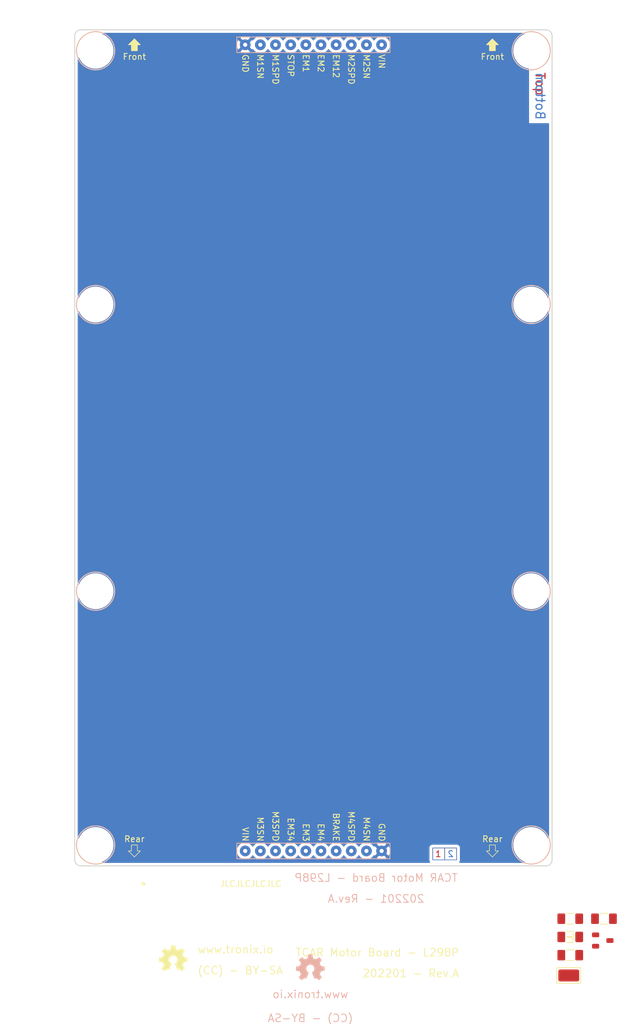
<source format=kicad_pcb>
(kicad_pcb (version 20211014) (generator pcbnew)
  (title_block (title "TCAR MCU Board - PIC24FJ") (date "01/2022") (rev "A"))
  (layers (0 "F.Cu" signal) (31 "B.Cu" signal) (34 "B.Paste" user) (35 "F.Paste" user) (36 "B.SilkS" user "B.Silkscreen") (37 "F.SilkS" user "F.Silkscreen") (38 "B.Mask" user) (39 "F.Mask" user) (44 "Edge.Cuts" user))
  (net 0 "")
  (net 1 "GND")
  (net 2 "VIN")
  (net 3 "/Encoder/M2_SENSE")
  (net 4 "/Encoder/M2_SPEED")
  (net 5 "/Encoder/STOP")
  (net 6 "/Encoder/M1_SPEED")
  (net 7 "/Encoder/M1_SENSE")
  (net 8 "+3V3")
  (net 9 "/Encoder/M3_SENSE")
  (net 10 "/Encoder/M3_SPEED")
  (net 11 "/Encoder/BRAKE")
  (net 12 "/Encoder/M4_SPEED")
  (net 13 "/Encoder/M4_SENSE")
  (net 14 "Net-(LED101-Pad2)")
  (net 15 "ENCODER_M2")
  (net 16 "ENCODER_M3")
  (net 17 "ENCODER_M12")
  (net 18 "ENCODER_M34")
  (net 19 "ENCODER_M4")
  (net 20 "ENCODER_M1")
  (footprint "tronixio:M3-MASK" (layer "F.Cu") (at 125.5 124)
    (fp_text reference "H103" hide)
    (fp_text value "MOUNTING-HOLE-MASK-3MM" hide)
    (fp_circle (center 0 0) (end 3.2 0) (layer "B.SilkS") (width 0.15) (fill none))
    (fp_circle (center 0 0) (end 3.2 0) (layer "F.SilkS") (width 0.15) (fill none))
    (pad "" np_thru_hole circle (at 0 0) (size 3 3) (drill 3) (layers F&B.Cu *.Mask) (clearance 1.5))
  )
  (footprint "tronixio:M3-MASK" (layer "F.Cu") (at 125.5 33.5)
    (fp_text reference "H105" hide)
    (fp_text value "MOUNTING-HOLE-MASK-3MM" hide)
    (fp_circle (center 0 0) (end 3.2 0) (layer "B.SilkS") (width 0.15) (fill none))
    (fp_circle (center 0 0) (end 3.2 0) (layer "F.SilkS") (width 0.15) (fill none))
    (pad "" np_thru_hole circle (at 0 0) (size 3 3) (drill 3) (layers F&B.Cu *.Mask) (clearance 1.5))
  )
  (footprint "tronixALL:OSHW-5MM" (layer "F.Cu") (at 65.5 185.5)
    (fp_text reference "G***" hide)
    (fp_text value "LOGO" hide)
    (fp_poly (pts (xy 0.112503 -2.205305) (xy 0.188585 -2.204991) (xy 0.245175 -2.204139) (xy 0.285349 -2.202485) (xy 0.312183 -2.19976) (xy 0.328754 -2.195697) (xy 0.338137 -2.190029) (xy 0.343407 -2.182489) (xy 0.346067 -2.176502) (xy 0.351819 -2.155872) (xy 0.361219 -2.114019) (xy 0.373445 -2.054971) (xy 0.387673 -1.982754) (xy 0.403082 -1.901397) (xy 0.410766 -1.859685) (xy 0.426304 -1.776128) (xy 0.440921 -1.700487) (xy 0.453831 -1.636607) (xy 0.464245 -1.58833) (xy 0.471376 -1.559501) (xy 0.473495 -1.553524) (xy 0.487624 -1.543829) (xy 0.520987 -1.52669) (xy 0.568967 -1.504087) (xy 0.626948 -1.477998) (xy 0.690314 -1.450405) (xy 0.754449 -1.423285) (xy 0.814737 -1.398618) (xy 0.866561 -1.378383) (xy 0.905305 -1.36456) (xy 0.926354 -1.359128) (xy 0.92691 -1.359112) (xy 0.941518 -1.366107) (xy 0.97411 -1.385773) (xy 1.021624 -1.416127) (xy 1.080997 -1.455189) (xy 1.149167 -1.500978) (xy 1.204337 -1.538617) (xy 1.276991 -1.58813) (xy 1.343025 -1.632413) (xy 1.399403 -1.669487) (xy 1.443088 -1.697374) (xy 1.471043 -1.714097) (xy 1.47988 -1.718122) (xy 1.493641 -1.709282) (xy 1.521915 -1.684807) (xy 1.561669 -1.647768) (xy 1.609873 -1.601234) (xy 1.663495 -1.548276) (xy 1.719505 -1.491962) (xy 1.774871 -1.435363) (xy 1.826562 -1.381549) (xy 1.871548 -1.33359) (xy 1.906797 -1.294555) (xy 1.929278 -1.267514) (xy 1.936093 -1.256075) (xy 1.930212 -1.239792) (xy 1.912193 -1.207543) (xy 1.881475 -1.158462) (xy 1.837495 -1.091686) (xy 1.779689 -1.00635) (xy 1.707495 -0.901591) (xy 1.671879 -0.850344) (xy 1.638824 -0.80126) (xy 1.612148 -0.758563) (xy 1.594893 -0.727324) (xy 1.589904 -0.713655) (xy 1.594754 -0.697334) (xy 1.608013 -0.662128) (xy 1.62775 -0.612617) (xy 1.652031 -0.55338) (xy 1.678922 -0.488996) (xy 1.706491 -0.424047) (xy 1.732803 -0.363111) (xy 1.755927 -0.310768) (xy 1.773928 -0.271598) (xy 1.784874 -0.25018) (xy 1.786526 -0.247868) (xy 1.800495 -0.243726) (xy 1.836105 -0.235699) (xy 1.889773 -0.224522) (xy 1.957915 -0.210929) (xy 2.036948 -0.195656) (xy 2.090365 -0.185568) (xy 2.175183 -0.169544) (xy 2.252099 -0.15474) (xy 2.317349 -0.141901) (xy 2.367173 -0.131773) (xy 2.397809 -0.125104) (xy 2.405431 -0.123066) (xy 2.411063 -0.116814) (xy 2.415426 -0.101095) (xy 2.418668 -0.073197) (xy 2.420933 -0.030409) (xy 2.422366 0.02998) (xy 2.423114 0.110684) (xy 2.423321 0.210293) (xy 2.423202 0.310587) (xy 2.422711 0.388201) (xy 2.421649 0.446096) (xy 2.419816 0.487237) (xy 2.417013 0.514584) (xy 2.41304 0.531101) (xy 2.407697 0.53975) (xy 2.400883 0.543466) (xy 2.378661 0.548625) (xy 2.338314 0.556746) (xy 2.286985 0.566415) (xy 2.263049 0.570744) (xy 2.127407 0.595376) (xy 2.016332 0.616479) (xy 1.929018 0.634225) (xy 1.864656 0.64879) (xy 1.82244 0.660347) (xy 1.801562 0.66907) (xy 1.79987 0.670496) (xy 1.791465 0.686078) (xy 1.775685 0.720992) (xy 1.754362 0.770707) (xy 1.729327 0.830694) (xy 1.702414 0.896422) (xy 1.675454 0.96336) (xy 1.650281 1.026979) (xy 1.628726 1.082748) (xy 1.612622 1.126137) (xy 1.603801 1.152615) (xy 1.602692 1.157988) (xy 1.610028 1.172767) (xy 1.63143 1.207108) (xy 1.666036 1.259722) (xy 1.712983 1.329322) (xy 1.771408 1.414621) (xy 1.840447 1.51433) (xy 1.867654 1.553391) (xy 1.897811 1.599113) (xy 1.921185 1.639288) (xy 1.934376 1.667841) (xy 1.936093 1.675677) (xy 1.927103 1.692014) (xy 1.901418 1.723855) (xy 1.860965 1.769075) (xy 1.807672 1.82555) (xy 1.743466 1.891154) (xy 1.71296 1.921664) (xy 1.643302 1.990709) (xy 1.589314 2.043494) (xy 1.548612 2.081971) (xy 1.518813 2.108091) (xy 1.497532 2.123805) (xy 1.482386 2.131066) (xy 1.470991 2.131825) (xy 1.460964 2.128033) (xy 1.460917 2.128008) (xy 1.441892 2.116253) (xy 1.405419 2.09234) (xy 1.355138 2.058707) (xy 1.294686 2.017792) (xy 1.227702 1.972033) (xy 1.210483 1.960205) (xy 1.143557 1.914694) (xy 1.083189 1.874607) (xy 1.032748 1.842104) (xy 0.995605 1.819344) (xy 0.975129 1.808488) (xy 0.972784 1.807875) (xy 0.955044 1.813477) (xy 0.920428 1.82855) (xy 0.874685 1.850498) (xy 0.843591 1.866246) (xy 0.794692 1.890329) (xy 0.754091 1.908142) (xy 0.727189 1.917434) (xy 0.719661 1.917874) (xy 0.71184 1.904564) (xy 0.695873 1.87093) (xy 0.673276 1.820398) (xy 0.645566 1.756397) (xy 0.614262 1.682354) (xy 0.595951 1.638326) (xy 0.555205 1.539832) (xy 0.509885 1.430374) (xy 0.463588 1.318629) (xy 0.419909 1.213275) (xy 0.382617 1.123407) (xy 0.352192 1.049365) (xy 0.325466 0.982847) (xy 0.303922 0.927668) (xy 0.289044 0.887646) (xy 0.282318 0.866596) (xy 0.28208 0.86489) (xy 0.291868 0.850064) (xy 0.317767 0.825757) (xy 0.354572 0.796754) (xy 0.362216 0.791216) (xy 0.47362 0.699405) (xy 0.560778 0.600114) (xy 0.624272 0.492284) (xy 0.664684 0.374854) (xy 0.682594 0.246763) (xy 0.683668 0.205149) (xy 0.672966 0.079705) (xy 0.639876 -0.035509) (xy 0.583362 -0.143051) (xy 0.502387 -0.245478) (xy 0.500128 -0.247901) (xy 0.404266 -0.332655) (xy 0.297367 -0.395917) (xy 0.182586 -0.437559) (xy 0.063074 -0.45745) (xy -0.058015 -0.455461) (xy -0.177529 -0.431461) (xy -0.292317 -0.38532) (xy -0.399224 -0.316909) (xy -0.435557 -0.286461) (xy -0.524789 -0.19034) (xy -0.590858 -0.083248) (xy -0.63358 0.034398) (xy -0.65277 0.162186) (xy -0.653912 0.203806) (xy -0.64477 0.331905) (xy -0.616397 0.446756) (xy -0.567372 0.551025) (xy -0.496276 0.647379) (xy -0.401689 0.738486) (xy -0.345898 0.782346) (xy -0.305473 0.814275) (xy -0.274554 0.84243) (xy -0.257973 0.862253) (xy -0.256436 0.866724) (xy -0.261189 0.882472) (xy -0.274692 0.919019) (xy -0.295811 0.973504) (xy -0.323413 1.043065) (xy -0.356365 1.124837) (xy -0.393532 1.21596) (xy -0.424781 1.291835) (xy -0.466473 1.392714) (xy -0.506757 1.490316) (xy -0.54414 1.581016) (xy -0.57713 1.661187) (xy -0.604234 1.727202) (xy -0.623959 1.775436) (xy -0.631922 1.795053) (xy -0.656173 1.85428) (xy -0.675445 1.89208) (xy -0.695005 1.910535) (xy -0.720119 1.911726) (xy -0.756055 1.897735) (xy -0.80808 1.870643) (xy -0.814523 1.867212) (xy -0.863833 1.841835) (xy -0.905672 1.821875) (xy -0.934272 1.810004) (xy -0.942679 1.807875) (xy -0.957624 1.814831) (xy -0.990452 1.834339) (xy -1.037961 1.864353) (xy -1.096948 1.902829) (xy -1.164211 1.947723) (xy -1.20379 1.974558) (xy -1.273782 2.022017) (xy -1.336742 2.064219) (xy -1.389581 2.099132) (xy -1.429212 2.124728) (xy -1.452547 2.138976) (xy -1.457362 2.141242) (xy -1.468597 2.132572) (xy -1.495354 2.108206) (xy -1.53505 2.070611) (xy -1.585104 2.022252) (xy -1.642932 1.965596) (xy -1.688443 1.920545) (xy -1.754363 1.854061) (xy -1.811428 1.794627) (xy -1.857492 1.744605) (xy -1.890411 1.706358) (xy -1.908038 1.682247) (xy -1.910449 1.676115) (xy -1.903342 1.656709) (xy -1.88402 1.621725) (xy -1.855484 1.576225) (xy -1.822794 1.528185) (xy -1.761853 1.44109) (xy -1.706889 1.361082) (xy -1.659529 1.29063) (xy -1.621397 1.232204) (xy -1.594118 1.188276) (xy -1.579316 1.161316) (xy -1.577082 1.154608) (xy -1.581837 1.136716) (xy -1.594857 1.099854) (xy -1.614275 1.048609) (xy -1.638222 0.987568) (xy -1.664831 0.921316) (xy -1.692235 0.854442) (xy -1.718566 0.791531) (xy -1.741957 0.737171) (xy -1.76054 0.695948) (xy -1.772447 0.672449) (xy -1.774702 0.66925) (xy -1.791569 0.66222) (xy -1.829891 0.651729) (xy -1.885847 0.638647) (xy -1.955617 0.623842) (xy -2.035381 0.608183) (xy -2.07828 0.60022) (xy -2.161621 0.584627) (xy -2.236906 0.569745) (xy -2.300315 0.556391) (xy -2.348033 0.545387) (xy -2.37624 0.537551) (xy -2.381867 0.535051) (xy -2.387099 0.524908) (xy -2.390991 0.502231) (xy -2.393638 0.46456) (xy -2.395134 0.409435) (xy -2.395573 0.334397) (xy -2.39505 0.236985) (xy -2.394689 0.200194) (xy -2.391267 -0.121807) (xy -2.282282 -0.143659) (xy -2.229898 -0.153965) (xy -2.160108 -0.167419) (xy -2.080727 -0.182526) (xy -1.999569 -0.197795) (xy -1.970053 -0.203298) (xy -1.900658 -0.216734) (xy -1.840162 -0.229455) (xy -1.793065 -0.240437) (xy -1.763866 -0.248652) (xy -1.756665 -0.251967) (xy -1.746988 -0.268752) (xy -1.729936 -0.304533) (xy -1.707477 -0.354612) (xy -1.681582 -0.414291) (xy -1.654218 -0.478872) (xy -1.627353 -0.543658) (xy -1.602957 -0.60395) (xy -1.582998 -0.65505) (xy -1.569445 -0.692261) (xy -1.564266 -0.710885) (xy -1.564261 -0.711124) (xy -1.571273 -0.727773) (xy -1.590937 -0.762151) (xy -1.621195 -0.810982) (xy -1.659988 -0.870991) (xy -1.705259 -0.938901) (xy -1.732615 -0.979077) (xy -1.780965 -1.050145) (xy -1.82446 -1.115201) (xy -1.860949 -1.170937) (xy -1.888284 -1.214046) (xy -1.904314 -1.24122) (xy -1.907531 -1.248169) (xy -1.904717 -1.261112) (xy -1.890381 -1.283286) (xy -1.863069 -1.316351) (xy -1.821325 -1.361969) (xy -1.763692 -1.421801) (xy -1.691232 -1.494988) (xy -1.628982 -1.55669) (xy -1.572135 -1.611849) (xy -1.523344 -1.657988) (xy -1.485263 -1.692627) (xy -1.460542 -1.713289) (xy -1.452414 -1.718122) (xy -1.437782 -1.711105) (xy -1.405251 -1.6914) (xy -1.357928 -1.661025) (xy -1.298923 -1.621998) (xy -1.231343 -1.576338) (xy -1.183018 -1.543181) (xy -1.111112 -1.493886) (xy -1.04544 -1.44951) (xy -0.989183 -1.41215) (xy -0.945519 -1.383901) (xy -0.917627 -1.36686) (xy -0.90944 -1.362781) (xy -0.891885 -1.365776) (xy -0.855505 -1.377082) (xy -0.805012 -1.394838) (xy -0.745121 -1.417183) (xy -0.680546 -1.442257) (xy -0.616001 -1.468199) (xy -0.5562 -1.493147) (xy -0.505857 -1.515243) (xy -0.469686 -1.532623) (xy -0.45278 -1.543038) (xy -0.446293 -1.559308) (xy -0.436108 -1.597206) (xy -0.423041 -1.653118) (xy -0.407909 -1.723429) (xy -0.391528 -1.804525) (xy -0.378917 -1.870225) (xy -0.362481 -1.956759) (xy -0.347254 -2.035011) (xy -0.333961 -2.101421) (xy -0.323321 -2.152432) (xy -0.316058 -2.184486) (xy -0.31324 -2.193976) (xy -0.299005 -2.197095) (xy -0.262664 -2.199887) (xy -0.207755 -2.20223) (xy -0.137813 -2.204) (xy -0.056376 -2.205075) (xy 0.013853 -2.205351)) (layer "F.SilkS") (width 0) (fill solid))
  )
  (footprint "tronixio:M3-MASK" (layer "F.Cu") (at 52.5 166.5)
    (fp_text reference "H101" hide)
    (fp_text value "MOUNTING-HOLE-MASK-3MM" hide)
    (fp_circle (center 0 0) (end 3.2 0) (layer "B.SilkS") (width 0.15) (fill none))
    (fp_circle (center 0 0) (end 3.2 0) (layer "F.SilkS") (width 0.15) (fill none))
    (pad "" np_thru_hole circle locked (at 0 0) (size 3 3) (drill 3) (layers F&B.Cu *.Mask) (clearance 1.5))
  )
  (footprint "tronixio:M3-MASK" (layer "F.Cu") (at 52.5 76)
    (fp_text reference "H107" hide)
    (fp_text value "MOUNTING-HOLE-MASK-3MM" hide)
    (fp_circle (center 0 0) (end 3.2 0) (layer "B.SilkS") (width 0.15) (fill none))
    (fp_circle (center 0 0) (end 3.2 0) (layer "F.SilkS") (width 0.15) (fill none))
    (pad "" np_thru_hole circle locked (at 0 0) (size 3 3) (drill 3) (layers F&B.Cu *.Mask) (clearance 1.5))
  )
  (footprint "tronixio:LED-1206" (layer "F.Cu") (at 132.05 181.9)
    (fp_text reference "LED101")
    (fp_text value "+3V3")
    (fp_line (start -0.6 -0.9) (end 0.6 -0.9) (layer "F.SilkS") (width 0.15))
    (fp_line (start -0.6 0.9) (end 0.6 0.9) (layer "F.SilkS") (width 0.15))
    (fp_poly (pts (xy 0.5 0.6) (xy 0.3 0.6) (xy 0.3 0.1) (xy -0.5 0.1) (xy -0.5 -0.1) (xy 0.3 -0.1) (xy 0.3 -0.6) (xy 0.5 -0.6)) (layer "F.SilkS") (width 0.1) (fill solid))
    (pad "1" smd roundrect locked (at -1.5 0) (size 1.3 1.75) (layers "F.Cu" "F.Paste" "F.Mask") (roundrect_rratio 0.15) (net 1 "GND"))
    (pad "2" smd roundrect locked (at 1.5 0) (size 1.3 1.75) (layers "F.Cu" "F.Paste" "F.Mask") (roundrect_rratio 0.15) (net 14 "Net-(LED101-Pad2)"))
  )
  (footprint "tronixio:zzzHARWIN-S1751" (layer "F.Cu") (at 131.8 188.35)
    (fp_text reference "TP101")
    (fp_text value "HARWIN-S1751")
    (fp_rect (start -2 1.3) (end 2 -1.3) (layer "F.SilkS") (width 0.15) (fill none))
    (pad "1" smd roundrect locked (at 0 0) (size 3.5 2) (layers "F.Cu" "F.Paste" "F.Mask") (roundrect_rratio 0.15) (net 8 "+3V3"))
  )
  (footprint "tronixio:CAPACITOR-1206" (layer "F.Cu") (at 132.05 178.85)
    (fp_text reference "C101")
    (fp_text value "1µ")
    (fp_line (start -0.6 0.9) (end 0.6 0.9) (layer "F.SilkS") (width 0.15))
    (fp_line (start -0.6 -0.9) (end 0.6 -0.9) (layer "F.SilkS") (width 0.15))
    (pad "1" smd roundrect locked (at -1.5 0) (size 1.3 1.75) (layers "F.Cu" "F.Paste" "F.Mask") (roundrect_rratio 0.15) (net 2 "VIN"))
    (pad "2" smd roundrect locked (at 1.5 0) (size 1.3 1.75) (layers "F.Cu" "F.Paste" "F.Mask") (roundrect_rratio 0.15) (net 1 "GND"))
  )
  (footprint "tronixio:SOT-23-3" (layer "F.Cu") (at 137.5 182.5)
    (fp_text reference "IC101")
    (fp_text value "LM3480-33")
    (pad "1" smd roundrect locked (at -1.2 -0.95) (size 1.2 0.8) (layers "F.Cu" "F.Paste" "F.Mask") (net 8 "+3V3"))
    (pad "2" smd roundrect locked (at -1.2 0.95) (size 1.2 0.8) (layers "F.Cu" "F.Paste" "F.Mask") (net 2 "VIN"))
    (pad "3" smd roundrect locked (at 1.2 0) (size 1.2 0.8) (layers "F.Cu" "F.Paste" "F.Mask") (net 1 "GND"))
  )
  (footprint "tronixio:M3-MASK" (layer "F.Cu") (at 52.5 33.5)
    (fp_text reference "H106" hide)
    (fp_text value "MOUNTING-HOLE-MASK-3MM" hide)
    (fp_circle (center 0 0) (end 3.2 0) (layer "B.SilkS") (width 0.15) (fill none))
    (fp_circle (center 0 0) (end 3.2 0) (layer "F.SilkS") (width 0.15) (fill none))
    (pad "" np_thru_hole circle locked (at 0 0) (size 3 3) (drill 3) (layers F&B.Cu *.Mask) (clearance 1.5))
  )
  (footprint "tronixio:M3-MASK" (layer "F.Cu") (at 125.5 76)
    (fp_text reference "H104" hide)
    (fp_text value "MOUNTING-HOLE-MASK-3MM" hide)
    (fp_circle (center 0 0) (end 3.2 0) (layer "B.SilkS") (width 0.15) (fill none))
    (fp_circle (center 0 0) (end 3.2 0) (layer "F.SilkS") (width 0.15) (fill none))
    (pad "" np_thru_hole circle (at 0 0) (size 3 3) (drill 3) (layers F&B.Cu *.Mask) (clearance 1.5))
  )
  (footprint "tronixio:M3-MASK" (layer "F.Cu") (at 52.5 124)
    (fp_text reference "H108" hide)
    (fp_text value "MOUNTING-HOLE-MASK-3MM" hide)
    (fp_circle (center 0 0) (end 3.2 0) (layer "B.SilkS") (width 0.15) (fill none))
    (fp_circle (center 0 0) (end 3.2 0) (layer "F.SilkS") (width 0.15) (fill none))
    (pad "" np_thru_hole circle locked (at 0 0) (size 3 3) (drill 3) (layers F&B.Cu *.Mask) (clearance 1.5))
  )
  (footprint "tronixio:RESISTOR-1206" (layer "F.Cu") (at 137.7 178.85)
    (fp_text reference "R101")
    (fp_text value "6K8")
    (fp_line (start -0.6 0.9) (end 0.6 0.9) (layer "F.SilkS") (width 0.15))
    (fp_line (start -0.6 -0.9) (end 0.6 -0.9) (layer "F.SilkS") (width 0.15))
    (pad "1" smd roundrect locked (at -1.5 0) (size 1.3 1.75) (layers "F.Cu" "F.Paste" "F.Mask") (roundrect_rratio 0.15) (net 8 "+3V3"))
    (pad "2" smd roundrect locked (at 1.5 0) (size 1.3 1.75) (layers "F.Cu" "F.Paste" "F.Mask") (roundrect_rratio 0.15) (net 14 "Net-(LED101-Pad2)"))
  )
  (footprint "tronixio:M3-MASK" (layer "F.Cu") (at 125.5 166.5)
    (fp_text reference "H102" hide)
    (fp_text value "MOUNTING-HOLE-MASK-3MM" hide)
    (fp_circle (center 0 0) (end 3.2 0) (layer "B.SilkS") (width 0.15) (fill none))
    (fp_circle (center 0 0) (end 3.2 0) (layer "F.SilkS") (width 0.15) (fill none))
    (pad "" np_thru_hole circle (at 0 0) (size 3 3) (drill 3) (layers F&B.Cu *.Mask) (clearance 1.5))
  )
  (footprint "tronixio:CAPACITOR-1206" (layer "F.Cu") (at 132.05 184.95)
    (fp_text reference "C102")
    (fp_text value "1µ")
    (fp_line (start -0.6 0.9) (end 0.6 0.9) (layer "F.SilkS") (width 0.15))
    (fp_line (start -0.6 -0.9) (end 0.6 -0.9) (layer "F.SilkS") (width 0.15))
    (pad "1" smd roundrect locked (at -1.5 0) (size 1.3 1.75) (layers "F.Cu" "F.Paste" "F.Mask") (roundrect_rratio 0.15) (net 8 "+3V3"))
    (pad "2" smd roundrect locked (at 1.5 0) (size 1.3 1.75) (layers "F.Cu" "F.Paste" "F.Mask") (roundrect_rratio 0.15) (net 1 "GND"))
  )
  (footprint "tronixio:zzHARWIN-M20-782104x" (layer "B.Cu") (at 100.43 167.5 90)
    (fp_text reference "K302")
    (fp_text value "Rear")
    (fp_rect (start -1.3 -24.26) (end 1.3 1.4) (layer "B.SilkS") (width 0.15) (fill none))
    (pad "1" thru_hole circle locked (at 0 0 90) (size 1.8 1.8) (drill 0.7) (layers *.Cu *.Mask) (net 1 "GND"))
    (pad "2" thru_hole circle (at 0 -2.54 90) (size 1.8 1.8) (drill 0.7) (layers *.Cu *.Mask) (net 13 "/Encoder/M4_SENSE"))
    (pad "3" thru_hole circle (at 0 -5.08 90) (size 1.8 1.8) (drill 0.7) (layers *.Cu *.Mask) (net 12 "/Encoder/M4_SPEED"))
    (pad "4" thru_hole circle (at 0 -7.62 90) (size 1.8 1.8) (drill 0.7) (layers *.Cu *.Mask) (net 11 "/Encoder/BRAKE"))
    (pad "5" thru_hole circle (at 0 -10.16 90) (size 1.8 1.8) (drill 0.7) (layers *.Cu *.Mask) (net 19 "ENCODER_M4"))
    (pad "6" thru_hole circle (at 0 -12.7 90) (size 1.8 1.8) (drill 0.7) (layers *.Cu *.Mask) (net 16 "ENCODER_M3"))
    (pad "7" thru_hole circle (at 0 -15.24 90) (size 1.8 1.8) (drill 0.7) (layers *.Cu *.Mask) (net 18 "ENCODER_M34"))
    (pad "8" thru_hole circle (at 0 -17.78 90) (size 1.8 1.8) (drill 0.7) (layers *.Cu *.Mask) (net 10 "/Encoder/M3_SPEED"))
    (pad "9" thru_hole circle (at 0 -20.32 90) (size 1.8 1.8) (drill 0.7) (layers *.Cu *.Mask) (net 9 "/Encoder/M3_SENSE"))
    (pad "10" thru_hole circle (at 0 -22.86 90) (size 1.8 1.8) (drill 0.7) (layers *.Cu *.Mask) (net 2 "VIN"))
  )
  (footprint "tronixio:zzHARWIN-M20-782104x" (layer "B.Cu") (at 77.57 32.5 -90)
    (fp_text reference "K301")
    (fp_text value "Front")
    (fp_rect (start -1.3 -24.26) (end 1.3 1.4) (layer "B.SilkS") (width 0.15) (fill none))
    (pad "1" thru_hole circle locked (at 0 0 270) (size 1.8 1.8) (drill 0.7) (layers *.Cu *.Mask) (net 1 "GND"))
    (pad "2" thru_hole circle (at 0 -2.54 270) (size 1.8 1.8) (drill 0.7) (layers *.Cu *.Mask) (net 7 "/Encoder/M1_SENSE"))
    (pad "3" thru_hole circle (at 0 -5.08 270) (size 1.8 1.8) (drill 0.7) (layers *.Cu *.Mask) (net 6 "/Encoder/M1_SPEED"))
    (pad "4" thru_hole circle (at 0 -7.62 270) (size 1.8 1.8) (drill 0.7) (layers *.Cu *.Mask) (net 5 "/Encoder/STOP"))
    (pad "5" thru_hole circle (at 0 -10.16 270) (size 1.8 1.8) (drill 0.7) (layers *.Cu *.Mask) (net 20 "ENCODER_M1"))
    (pad "6" thru_hole circle (at 0 -12.7 270) (size 1.8 1.8) (drill 0.7) (layers *.Cu *.Mask) (net 15 "ENCODER_M2"))
    (pad "7" thru_hole circle (at 0 -15.24 270) (size 1.8 1.8) (drill 0.7) (layers *.Cu *.Mask) (net 17 "ENCODER_M12"))
    (pad "8" thru_hole circle (at 0 -17.78 270) (size 1.8 1.8) (drill 0.7) (layers *.Cu *.Mask) (net 4 "/Encoder/M2_SPEED"))
    (pad "9" thru_hole circle (at 0 -20.32 270) (size 1.8 1.8) (drill 0.7) (layers *.Cu *.Mask) (net 3 "/Encoder/M2_SENSE"))
    (pad "10" thru_hole circle (at 0 -22.86 270) (size 1.8 1.8) (drill 0.7) (layers *.Cu *.Mask) (net 2 "VIN"))
  )
  (footprint "tronixALL:OSHW-5MM" (layer "B.Cu") (at 88.5 187 180)
    (fp_text reference "G***" hide)
    (fp_text value "LOGO" hide)
    (fp_poly (pts (xy 0.112503 2.205305) (xy 0.188585 2.204991) (xy 0.245175 2.204139) (xy 0.285349 2.202485) (xy 0.312183 2.19976) (xy 0.328754 2.195697) (xy 0.338137 2.190029) (xy 0.343407 2.182489) (xy 0.346067 2.176502) (xy 0.351819 2.155872) (xy 0.361219 2.114019) (xy 0.373445 2.054971) (xy 0.387673 1.982754) (xy 0.403082 1.901397) (xy 0.410766 1.859685) (xy 0.426304 1.776128) (xy 0.440921 1.700487) (xy 0.453831 1.636607) (xy 0.464245 1.58833) (xy 0.471376 1.559501) (xy 0.473495 1.553524) (xy 0.487624 1.543829) (xy 0.520987 1.52669) (xy 0.568967 1.504087) (xy 0.626948 1.477998) (xy 0.690314 1.450405) (xy 0.754449 1.423285) (xy 0.814737 1.398618) (xy 0.866561 1.378383) (xy 0.905305 1.36456) (xy 0.926354 1.359128) (xy 0.92691 1.359112) (xy 0.941518 1.366107) (xy 0.97411 1.385773) (xy 1.021624 1.416127) (xy 1.080997 1.455189) (xy 1.149167 1.500978) (xy 1.204337 1.538617) (xy 1.276991 1.58813) (xy 1.343025 1.632413) (xy 1.399403 1.669487) (xy 1.443088 1.697374) (xy 1.471043 1.714097) (xy 1.47988 1.718122) (xy 1.493641 1.709282) (xy 1.521915 1.684807) (xy 1.561669 1.647768) (xy 1.609873 1.601234) (xy 1.663495 1.548276) (xy 1.719505 1.491962) (xy 1.774871 1.435363) (xy 1.826562 1.381549) (xy 1.871548 1.33359) (xy 1.906797 1.294555) (xy 1.929278 1.267514) (xy 1.936093 1.256075) (xy 1.930212 1.239792) (xy 1.912193 1.207543) (xy 1.881475 1.158462) (xy 1.837495 1.091686) (xy 1.779689 1.00635) (xy 1.707495 0.901591) (xy 1.671879 0.850344) (xy 1.638824 0.80126) (xy 1.612148 0.758563) (xy 1.594893 0.727324) (xy 1.589904 0.713655) (xy 1.594754 0.697334) (xy 1.608013 0.662128) (xy 1.62775 0.612617) (xy 1.652031 0.55338) (xy 1.678922 0.488996) (xy 1.706491 0.424047) (xy 1.732803 0.363111) (xy 1.755927 0.310768) (xy 1.773928 0.271598) (xy 1.784874 0.25018) (xy 1.786526 0.247868) (xy 1.800495 0.243726) (xy 1.836105 0.235699) (xy 1.889773 0.224522) (xy 1.957915 0.210929) (xy 2.036948 0.195656) (xy 2.090365 0.185568) (xy 2.175183 0.169544) (xy 2.252099 0.15474) (xy 2.317349 0.141901) (xy 2.367173 0.131773) (xy 2.397809 0.125104) (xy 2.405431 0.123066) (xy 2.411063 0.116814) (xy 2.415426 0.101095) (xy 2.418668 0.073197) (xy 2.420933 0.030409) (xy 2.422366 -0.02998) (xy 2.423114 -0.110684) (xy 2.423321 -0.210293) (xy 2.423202 -0.310587) (xy 2.422711 -0.388201) (xy 2.421649 -0.446096) (xy 2.419816 -0.487237) (xy 2.417013 -0.514584) (xy 2.41304 -0.531101) (xy 2.407697 -0.53975) (xy 2.400883 -0.543466) (xy 2.378661 -0.548625) (xy 2.338314 -0.556746) (xy 2.286985 -0.566415) (xy 2.263049 -0.570744) (xy 2.127407 -0.595376) (xy 2.016332 -0.616479) (xy 1.929018 -0.634225) (xy 1.864656 -0.64879) (xy 1.82244 -0.660347) (xy 1.801562 -0.66907) (xy 1.79987 -0.670496) (xy 1.791465 -0.686078) (xy 1.775685 -0.720992) (xy 1.754362 -0.770707) (xy 1.729327 -0.830694) (xy 1.702414 -0.896422) (xy 1.675454 -0.96336) (xy 1.650281 -1.026979) (xy 1.628726 -1.082748) (xy 1.612622 -1.126137) (xy 1.603801 -1.152615) (xy 1.602692 -1.157988) (xy 1.610028 -1.172767) (xy 1.63143 -1.207108) (xy 1.666036 -1.259722) (xy 1.712983 -1.329322) (xy 1.771408 -1.414621) (xy 1.840447 -1.51433) (xy 1.867654 -1.553391) (xy 1.897811 -1.599113) (xy 1.921185 -1.639288) (xy 1.934376 -1.667841) (xy 1.936093 -1.675677) (xy 1.927103 -1.692014) (xy 1.901418 -1.723855) (xy 1.860965 -1.769075) (xy 1.807672 -1.82555) (xy 1.743466 -1.891154) (xy 1.71296 -1.921664) (xy 1.643302 -1.990709) (xy 1.589314 -2.043494) (xy 1.548612 -2.081971) (xy 1.518813 -2.108091) (xy 1.497532 -2.123805) (xy 1.482386 -2.131066) (xy 1.470991 -2.131825) (xy 1.460964 -2.128033) (xy 1.460917 -2.128008) (xy 1.441892 -2.116253) (xy 1.405419 -2.09234) (xy 1.355138 -2.058707) (xy 1.294686 -2.017792) (xy 1.227702 -1.972033) (xy 1.210483 -1.960205) (xy 1.143557 -1.914694) (xy 1.083189 -1.874607) (xy 1.032748 -1.842104) (xy 0.995605 -1.819344) (xy 0.975129 -1.808488) (xy 0.972784 -1.807875) (xy 0.955044 -1.813477) (xy 0.920428 -1.82855) (xy 0.874685 -1.850498) (xy 0.843591 -1.866246) (xy 0.794692 -1.890329) (xy 0.754091 -1.908142) (xy 0.727189 -1.917434) (xy 0.719661 -1.917874) (xy 0.71184 -1.904564) (xy 0.695873 -1.87093) (xy 0.673276 -1.820398) (xy 0.645566 -1.756397) (xy 0.614262 -1.682354) (xy 0.595951 -1.638326) (xy 0.555205 -1.539832) (xy 0.509885 -1.430374) (xy 0.463588 -1.318629) (xy 0.419909 -1.213275) (xy 0.382617 -1.123407) (xy 0.352192 -1.049365) (xy 0.325466 -0.982847) (xy 0.303922 -0.927668) (xy 0.289044 -0.887646) (xy 0.282318 -0.866596) (xy 0.28208 -0.86489) (xy 0.291868 -0.850064) (xy 0.317767 -0.825757) (xy 0.354572 -0.796754) (xy 0.362216 -0.791216) (xy 0.47362 -0.699405) (xy 0.560778 -0.600114) (xy 0.624272 -0.492284) (xy 0.664684 -0.374854) (xy 0.682594 -0.246763) (xy 0.683668 -0.205149) (xy 0.672966 -0.079705) (xy 0.639876 0.035509) (xy 0.583362 0.143051) (xy 0.502387 0.245478) (xy 0.500128 0.247901) (xy 0.404266 0.332655) (xy 0.297367 0.395917) (xy 0.182586 0.437559) (xy 0.063074 0.45745) (xy -0.058015 0.455461) (xy -0.177529 0.431461) (xy -0.292317 0.38532) (xy -0.399224 0.316909) (xy -0.435557 0.286461) (xy -0.524789 0.19034) (xy -0.590858 0.083248) (xy -0.63358 -0.034398) (xy -0.65277 -0.162186) (xy -0.653912 -0.203806) (xy -0.64477 -0.331905) (xy -0.616397 -0.446756) (xy -0.567372 -0.551025) (xy -0.496276 -0.647379) (xy -0.401689 -0.738486) (xy -0.345898 -0.782346) (xy -0.305473 -0.814275) (xy -0.274554 -0.84243) (xy -0.257973 -0.862253) (xy -0.256436 -0.866724) (xy -0.261189 -0.882472) (xy -0.274692 -0.919019) (xy -0.295811 -0.973504) (xy -0.323413 -1.043065) (xy -0.356365 -1.124837) (xy -0.393532 -1.21596) (xy -0.424781 -1.291835) (xy -0.466473 -1.392714) (xy -0.506757 -1.490316) (xy -0.54414 -1.581016) (xy -0.57713 -1.661187) (xy -0.604234 -1.727202) (xy -0.623959 -1.775436) (xy -0.631922 -1.795053) (xy -0.656173 -1.85428) (xy -0.675445 -1.89208) (xy -0.695005 -1.910535) (xy -0.720119 -1.911726) (xy -0.756055 -1.897735) (xy -0.80808 -1.870643) (xy -0.814523 -1.867212) (xy -0.863833 -1.841835) (xy -0.905672 -1.821875) (xy -0.934272 -1.810004) (xy -0.942679 -1.807875) (xy -0.957624 -1.814831) (xy -0.990452 -1.834339) (xy -1.037961 -1.864353) (xy -1.096948 -1.902829) (xy -1.164211 -1.947723) (xy -1.20379 -1.974558) (xy -1.273782 -2.022017) (xy -1.336742 -2.064219) (xy -1.389581 -2.099132) (xy -1.429212 -2.124728) (xy -1.452547 -2.138976) (xy -1.457362 -2.141242) (xy -1.468597 -2.132572) (xy -1.495354 -2.108206) (xy -1.53505 -2.070611) (xy -1.585104 -2.022252) (xy -1.642932 -1.965596) (xy -1.688443 -1.920545) (xy -1.754363 -1.854061) (xy -1.811428 -1.794627) (xy -1.857492 -1.744605) (xy -1.890411 -1.706358) (xy -1.908038 -1.682247) (xy -1.910449 -1.676115) (xy -1.903342 -1.656709) (xy -1.88402 -1.621725) (xy -1.855484 -1.576225) (xy -1.822794 -1.528185) (xy -1.761853 -1.44109) (xy -1.706889 -1.361082) (xy -1.659529 -1.29063) (xy -1.621397 -1.232204) (xy -1.594118 -1.188276) (xy -1.579316 -1.161316) (xy -1.577082 -1.154608) (xy -1.581837 -1.136716) (xy -1.594857 -1.099854) (xy -1.614275 -1.048609) (xy -1.638222 -0.987568) (xy -1.664831 -0.921316) (xy -1.692235 -0.854442) (xy -1.718566 -0.791531) (xy -1.741957 -0.737171) (xy -1.76054 -0.695948) (xy -1.772447 -0.672449) (xy -1.774702 -0.66925) (xy -1.791569 -0.66222) (xy -1.829891 -0.651729) (xy -1.885847 -0.638647) (xy -1.955617 -0.623842) (xy -2.035381 -0.608183) (xy -2.07828 -0.60022) (xy -2.161621 -0.584627) (xy -2.236906 -0.569745) (xy -2.300315 -0.556391) (xy -2.348033 -0.545387) (xy -2.37624 -0.537551) (xy -2.381867 -0.535051) (xy -2.387099 -0.524908) (xy -2.390991 -0.502231) (xy -2.393638 -0.46456) (xy -2.395134 -0.409435) (xy -2.395573 -0.334397) (xy -2.39505 -0.236985) (xy -2.394689 -0.200194) (xy -2.391267 0.121807) (xy -2.282282 0.143659) (xy -2.229898 0.153965) (xy -2.160108 0.167419) (xy -2.080727 0.182526) (xy -1.999569 0.197795) (xy -1.970053 0.203298) (xy -1.900658 0.216734) (xy -1.840162 0.229455) (xy -1.793065 0.240437) (xy -1.763866 0.248652) (xy -1.756665 0.251967) (xy -1.746988 0.268752) (xy -1.729936 0.304533) (xy -1.707477 0.354612) (xy -1.681582 0.414291) (xy -1.654218 0.478872) (xy -1.627353 0.543658) (xy -1.602957 0.60395) (xy -1.582998 0.65505) (xy -1.569445 0.692261) (xy -1.564266 0.710885) (xy -1.564261 0.711124) (xy -1.571273 0.727773) (xy -1.590937 0.762151) (xy -1.621195 0.810982) (xy -1.659988 0.870991) (xy -1.705259 0.938901) (xy -1.732615 0.979077) (xy -1.780965 1.050145) (xy -1.82446 1.115201) (xy -1.860949 1.170937) (xy -1.888284 1.214046) (xy -1.904314 1.24122) (xy -1.907531 1.248169) (xy -1.904717 1.261112) (xy -1.890381 1.283286) (xy -1.863069 1.316351) (xy -1.821325 1.361969) (xy -1.763692 1.421801) (xy -1.691232 1.494988) (xy -1.628982 1.55669) (xy -1.572135 1.611849) (xy -1.523344 1.657988) (xy -1.485263 1.692627) (xy -1.460542 1.713289) (xy -1.452414 1.718122) (xy -1.437782 1.711105) (xy -1.405251 1.6914) (xy -1.357928 1.661025) (xy -1.298923 1.621998) (xy -1.231343 1.576338) (xy -1.183018 1.543181) (xy -1.111112 1.493886) (xy -1.04544 1.44951) (xy -0.989183 1.41215) (xy -0.945519 1.383901) (xy -0.917627 1.36686) (xy -0.90944 1.362781) (xy -0.891885 1.365776) (xy -0.855505 1.377082) (xy -0.805012 1.394838) (xy -0.745121 1.417183) (xy -0.680546 1.442257) (xy -0.616001 1.468199) (xy -0.5562 1.493147) (xy -0.505857 1.515243) (xy -0.469686 1.532623) (xy -0.45278 1.543038) (xy -0.446293 1.559308) (xy -0.436108 1.597206) (xy -0.423041 1.653118) (xy -0.407909 1.723429) (xy -0.391528 1.804525) (xy -0.378917 1.870225) (xy -0.362481 1.956759) (xy -0.347254 2.035011) (xy -0.333961 2.101421) (xy -0.323321 2.152432) (xy -0.316058 2.184486) (xy -0.31324 2.193976) (xy -0.299005 2.197095) (xy -0.262664 2.199887) (xy -0.207755 2.20223) (xy -0.137813 2.204) (xy -0.056376 2.205075) (xy 0.013853 2.205351)) (layer "B.SilkS") (width 0) (fill solid))
  )
  (gr_rect locked (start 109 169) (end 113 167) (layer "F.Cu") (width 0.1) (fill none))
  (gr_line locked (start 111 169) (end 111 167) (layer "F.Cu") (width 0.1))
  (gr_line locked (start 111 169) (end 111 167) (layer "B.Cu") (width 0.1))
  (gr_rect locked (start 109 169) (end 113 167) (layer "B.Cu") (width 0.1) (fill none))
  (gr_poly locked (pts (xy 118 167.5) (xy 118.5 167.5) (xy 118.5 166.5) (xy 119.5 166.5) (xy 119.5 167.5) (xy 120 167.5) (xy 119 168.5)) (layer "F.SilkS") (width 0.1) (fill none))
  (gr_poly (pts (xy 58 167.5) (xy 58.5 167.5) (xy 58.5 166.5) (xy 59.5 166.5) (xy 59.5 167.5) (xy 60 167.5) (xy 59 168.5)) (layer "F.SilkS") (width 0.1) (fill none))
  (gr_circle locked (center 60.5 173) (end 60.75 173) (layer "F.SilkS") (width 0.1) (fill solid))
  (gr_poly locked (pts (xy 60 32.5) (xy 59.5 32.5) (xy 59.5 33.5) (xy 58.5 33.5) (xy 58.5 32.5) (xy 58 32.5) (xy 59 31.5)) (layer "F.SilkS") (width 0.1) (fill solid))
  (gr_poly locked (pts (xy 120 32.5) (xy 119.5 32.5) (xy 119.5 33.5) (xy 118.5 33.5) (xy 118.5 32.5) (xy 118 32.5) (xy 119 31.5)) (layer "F.SilkS") (width 0.1) (fill solid))
  (gr_arc locked (start 49 31) (mid 49.292893 30.292893) (end 50 30) (layer "Edge.Cuts") (width 0.15))
  (gr_line locked (start 129 169) (end 129 31) (layer "Edge.Cuts") (width 0.15))
  (gr_line locked (start 50 170) (end 128 170) (layer "Edge.Cuts") (width 0.15))
  (gr_line locked (start 128 30) (end 50 30) (layer "Edge.Cuts") (width 0.15))
  (gr_arc locked (start 128 30) (mid 128.707107 30.292893) (end 129 31) (layer "Edge.Cuts") (width 0.15))
  (gr_arc locked (start 129 169) (mid 128.707107 169.707107) (end 128 170) (layer "Edge.Cuts") (width 0.15))
  (gr_arc locked (start 50 170) (mid 49.292893 169.707107) (end 49 169) (layer "Edge.Cuts") (width 0.15))
  (gr_line locked (start 49 31) (end 49 169) (layer "Edge.Cuts") (width 0.15))
  (gr_text "Top" (at 127 37 270) (layer "F.Cu") (effects (font (size 1.5 1.5) (thickness 0.2)) (justify left)))
  (gr_text "1" (at 109.93 168) (layer "F.Cu") (effects (font (size 1 1))))
  (gr_text "2" (at 112 168) (layer "B.Cu") (effects (font (size 1 1)) (justify mirror)))
  (gr_text "Bottom" (at 127 37 270) (layer "B.Cu") (effects (font (size 1.5 1.5) (thickness 0.2)) (justify right mirror)))
  (gr_text "(CC) - BY-SA" (at 88.5 195.5) (layer "B.SilkS") (effects (font (size 1.3 1.3)) (justify mirror)))
  (gr_text "202201 - Rev.A" (at 99.5 175.5) (layer "B.SilkS") (effects (font (size 1.3 1.3)) (justify mirror)))
  (gr_text "TCAR Motor Board - L298P" (at 99.5 172) (layer "B.SilkS") (effects (font (size 1.3 1.3)) (justify mirror)))
  (gr_text "www.tronix.io" (at 88.5 191.5) (layer "B.SilkS") (effects (font (size 1.3 1.3)) (justify mirror)))
  (gr_text "EM2" (at 90.25 34 270) (layer "F.SilkS") (effects (font (size 1 1)) (justify left)))
  (gr_text "Rear" (at 119 165.5) (layer "F.SilkS") (effects (font (size 1 1))))
  (gr_text "Front" (at 119 34.5) (layer "F.SilkS") (effects (font (size 1 1))))
  (gr_text "M1SN" (at 80.1 34 270) (layer "F.SilkS") (effects (font (size 1 1)) (justify left)))
  (gr_text "TCAR Motor Board - L298P" (at 113.5 184.5) (layer "F.SilkS") (effects (font (size 1.3 1.3)) (justify right)))
  (gr_text "EM1" (at 87.75 34 270) (layer "F.SilkS") (effects (font (size 1 1)) (justify left)))
  (gr_text "M2SPD" (at 95.35 34 270) (layer "F.SilkS") (effects (font (size 1 1)) (justify left)))
  (gr_text "JLCJLCJLCJLC" (at 78.5 173) (layer "F.SilkS") (effects (font (size 1 1))))
  (gr_text "GND" (at 77.6 34 270) (layer "F.SilkS") (effects (font (size 1 1)) (justify left)))
  (gr_text "Rear" (at 59 165.5) (layer "F.SilkS") (effects (font (size 1 1))))
  (gr_text "M3SN" (at 80.1 166 270) (layer "F.SilkS") (effects (font (size 1 1)) (justify right)))
  (gr_text "EM12" (at 92.8 34 270) (layer "F.SilkS") (effects (font (size 1 1)) (justify left)))
  (gr_text "VIN" (at 100.45 34 270) (layer "F.SilkS") (effects (font (size 1 1)) (justify left)))
  (gr_text "www.tronix.io" (at 69.5 184) (layer "F.SilkS") (effects (font (size 1.3 1.3)) (justify left)))
  (gr_text "EM4" (at 90.25 166 270) (layer "F.SilkS") (effects (font (size 1 1)) (justify right)))
  (gr_text "M4SPD" (at 95.35 166 270) (layer "F.SilkS") (effects (font (size 1 1)) (justify right)))
  (gr_text "202201 - Rev.A" (at 113.5 188) (layer "F.SilkS") (effects (font (size 1.3 1.3)) (justify right)))
  (gr_text "EM3" (at 87.75 166 270) (layer "F.SilkS") (effects (font (size 1 1)) (justify right)))
  (gr_text "VIN" (at 77.6 166 270) (layer "F.SilkS") (effects (font (size 1 1)) (justify right)))
  (gr_text "EM34" (at 85.2 166 270) (layer "F.SilkS") (effects (font (size 1 1)) (justify right)))
  (gr_text "M2SN" (at 97.9 34 270) (layer "F.SilkS") (effects (font (size 1 1)) (justify left)))
  (gr_text "STOP" (at 85.2 34 270) (layer "F.SilkS") (effects (font (size 1 1)) (justify left)))
  (gr_text "M1SPD" (at 82.65 34 270) (layer "F.SilkS") (effects (font (size 1 1)) (justify left)))
  (gr_text "GND" (at 100.45 166 270) (layer "F.SilkS") (effects (font (size 1 1)) (justify right)))
  (gr_text "Front" (at 59 34.5) (layer "F.SilkS") (effects (font (size 1 1))))
  (gr_text "M4SN" (at 97.9 166 270) (layer "F.SilkS") (effects (font (size 1 1)) (justify right)))
  (gr_text "(CC) - BY-SA" (at 69.5 187.5) (layer "F.SilkS") (effects (font (size 1.3 1.3)) (justify left)))
  (gr_text "M3SPD" (at 82.65 166 270) (layer "F.SilkS") (effects (font (size 1 1)) (justify right)))
  (gr_text "BRAKE" (at 92.8 166 270) (layer "F.SilkS") (effects (font (size 1 1)) (justify right)))
  (zone locked (net 1) (net_name "GND") (layer "B.Cu") (connect_pads (clearance 0.5)) (min_thickness 0.25) (fill yes (thermal_gap 0.5) (thermal_bridge_width 0.5))
    (polygon (pts (xy 129 170) (xy 49 170) (xy 49 30) (xy 129 30)))
  )
)
</source>
